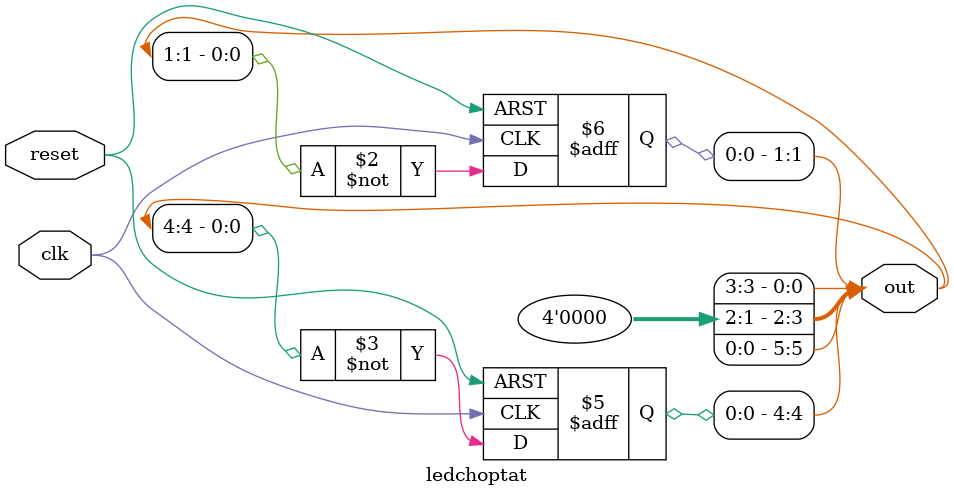
<source format=v>
module ledchoptat
	(
    input clk,
	 input reset,
    output reg [0:5] out
    );
	
	 initial out = 0;
	 
	always @(posedge clk, posedge reset) 
		if (reset)
			begin
				out[1] = 0;			//VANG1
				out[4] = 0;			//VANG2
			end
		else 
			begin
				out[1] = ~out[1];	//VANG1
				out[4] = ~out[4];	//VANG2
			end
			
endmodule

</source>
